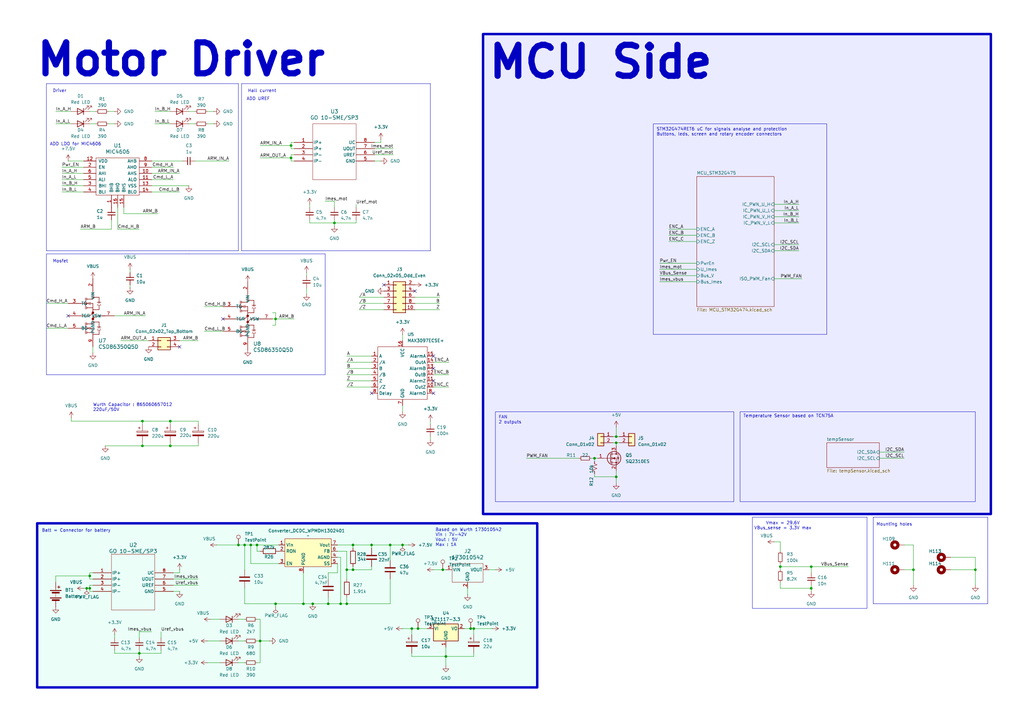
<source format=kicad_sch>
(kicad_sch (version 20231120) (generator "eeschema") (generator_version "8.0")
  (paper "A3")
  (title_block (title "AAP Inverter") (date "2023-10-08") (company "ENSEA"))
  (junction (at 69.85 182.88))
  (junction (at 252.73 179.07))
  (junction (at 193.04 257.81))
  (junction (at 36.83 236.22))
  (junction (at 57.15 267.97))
  (junction (at 137.16 91.44))
  (junction (at 320.04 232.41))
  (junction (at 134.62 247.65))
  (junction (at 252.73 181.61))
  (junction (at 139.7 247.65))
  (junction (at 400.05 233.68))
  (junction (at 332.74 232.41))
  (junction (at 69.85 172.72))
  (junction (at 168.91 257.81))
  (junction (at 194.31 257.81))
  (junction (at 58.42 182.88))
  (junction (at 36.83 241.3))
  (junction (at 374.65 233.68))
  (junction (at 182.88 269.24))
  (junction (at 113.03 130.81))
  (junction (at 119.38 59.69))
  (junction (at 119.38 64.77))
  (junction (at 181.61 233.68))
  (junction (at 58.42 172.72))
  (junction (at 142.24 233.68))
  (junction (at 142.24 247.65))
  (junction (at 113.03 247.65))
  (junction (at 106.68 262.89))
  (junction (at 35.56 241.3))
  (junction (at 97.79 223.52))
  (junction (at 144.78 233.68))
  (junction (at 100.33 223.52))
  (junction (at 243.84 187.96))
  (junction (at 332.74 241.3))
  (junction (at 160.02 223.52))
  (junction (at 152.4 223.52))
  (junction (at 165.1 223.52))
  (junction (at 128.27 247.65))
  (junction (at 144.78 223.52))
  (junction (at 105.41 223.52))
  (junction (at 124.46 247.65))
  (junction (at 252.73 195.58))
  (junction (at 102.87 223.52))
  (junction (at 171.45 257.81))
  (no_connect (at 177.8 156.21))
  (no_connect (at 152.4 161.29))
  (no_connect (at 91.44 130.81))
  (no_connect (at 27.94 129.54))
  (no_connect (at 177.8 151.13))
  (no_connect (at 73.66 142.24))
  (no_connect (at 170.18 119.38))
  (no_connect (at 157.48 116.84))
  (no_connect (at 177.8 161.29))
  (no_connect (at 177.8 146.05))
  (wire (pts (xy 201.93 257.81) (xy 194.31 257.81)))
  (polyline (pts (xy 99.06 34.29) (xy 176.53 34.29)))
  (wire (pts (xy 106.68 59.69) (xy 119.38 59.69)))
  (wire (pts (xy 73.66 234.95) (xy 73.66 233.68)))
  (wire (pts (xy 57.15 267.97) (xy 66.04 267.97)))
  (polyline (pts (xy 176.53 102.87) (xy 99.06 102.87)))
  (wire (pts (xy 251.46 181.61) (xy 252.73 181.61)))
  (wire (pts (xy 274.32 93.98) (xy 285.75 93.98)))
  (wire (pts (xy 105.41 262.89) (xy 106.68 262.89)))
  (wire (pts (xy 360.68 185.42) (xy 370.84 185.42)))
  (wire (pts (xy 46.99 129.54) (xy 59.69 129.54)))
  (wire (pts (xy 111.76 130.81) (xy 113.03 130.81)))
  (wire (pts (xy 332.74 241.3) (xy 332.74 242.57)))
  (wire (pts (xy 137.16 91.44) (xy 146.05 91.44)))
  (wire (pts (xy 102.87 223.52) (xy 100.33 223.52)))
  (wire (pts (xy 100.33 223.52) (xy 100.33 233.68)))
  (wire (pts (xy 44.45 45.72) (xy 46.99 45.72)))
  (wire (pts (xy 252.73 181.61) (xy 254 181.61)))
  (wire (pts (xy 44.45 50.8) (xy 46.99 50.8)))
  (wire (pts (xy 194.31 257.81) (xy 193.04 257.81)))
  (polyline (pts (xy 133.35 104.14) (xy 133.35 153.67)))
  (wire (pts (xy 320.04 232.41) (xy 332.74 232.41)))
  (wire (pts (xy 119.38 58.42) (xy 119.38 59.69)))
  (wire (pts (xy 142.24 233.68) (xy 142.24 237.49)))
  (wire (pts (xy 317.5 83.82) (xy 327.66 83.82)))
  (wire (pts (xy 106.68 262.89) (xy 106.68 271.78)))
  (wire (pts (xy 170.18 121.92) (xy 180.34 121.92)))
  (wire (pts (xy 270.51 107.95) (xy 285.75 107.95)))
  (wire (pts (xy 184.15 148.59) (xy 177.8 148.59)))
  (wire (pts (xy 45.72 93.98) (xy 33.02 93.98)))
  (wire (pts (xy 161.29 60.96) (xy 153.67 60.96)))
  (wire (pts (xy 170.18 124.46) (xy 180.34 124.46)))
  (wire (pts (xy 22.86 50.8) (xy 29.21 50.8)))
  (wire (pts (xy 137.16 82.55) (xy 137.16 85.09)))
  (wire (pts (xy 106.68 226.06) (xy 105.41 226.06)))
  (wire (pts (xy 69.85 173.99) (xy 69.85 172.72)))
  (wire (pts (xy 182.88 269.24) (xy 182.88 265.43)))
  (wire (pts (xy 119.38 64.77) (xy 119.38 66.04)))
  (wire (pts (xy 77.47 45.72) (xy 80.01 45.72)))
  (wire (pts (xy 134.62 247.65) (xy 134.62 245.11)))
  (wire (pts (xy 127 90.17) (xy 127 91.44)))
  (wire (pts (xy 320.04 231.14) (xy 320.04 232.41)))
  (wire (pts (xy 138.43 231.14) (xy 138.43 234.95)))
  (wire (pts (xy 105.41 271.78) (xy 106.68 271.78)))
  (wire (pts (xy 62.23 66.04) (xy 74.93 66.04)))
  (wire (pts (xy 125.73 118.11) (xy 125.73 120.65)))
  (wire (pts (xy 252.73 195.58) (xy 252.73 198.12)))
  (wire (pts (xy 97.79 271.78) (xy 100.33 271.78)))
  (wire (pts (xy 194.31 267.97) (xy 194.31 269.24)))
  (wire (pts (xy 58.42 181.61) (xy 58.42 182.88)))
  (wire (pts (xy 320.04 222.25) (xy 320.04 226.06)))
  (polyline (pts (xy 19.05 104.14) (xy 76.2 104.14)))
  (wire (pts (xy 71.12 242.57) (xy 73.66 242.57)))
  (polyline (pts (xy 19.05 104.14) (xy 19.05 153.67)))
  (wire (pts (xy 36.83 242.57) (xy 38.1 242.57)))
  (wire (pts (xy 113.03 248.92) (xy 113.03 247.65)))
  (wire (pts (xy 22.86 45.72) (xy 29.21 45.72)))
  (wire (pts (xy 62.23 259.08) (xy 57.15 259.08)))
  (wire (pts (xy 194.31 269.24) (xy 182.88 269.24)))
  (wire (pts (xy 38.1 142.24) (xy 38.1 144.78)))
  (wire (pts (xy 19.05 134.62) (xy 27.94 134.62)))
  (wire (pts (xy 142.24 146.05) (xy 152.4 146.05)))
  (wire (pts (xy 36.83 50.8) (xy 39.37 50.8)))
  (wire (pts (xy 106.68 254) (xy 106.68 262.89)))
  (wire (pts (xy 139.7 247.65) (xy 142.24 247.65)))
  (wire (pts (xy 35.56 241.3) (xy 36.83 241.3)))
  (wire (pts (xy 252.73 181.61) (xy 252.73 182.88)))
  (wire (pts (xy 80.01 66.04) (xy 93.98 66.04)))
  (wire (pts (xy 400.05 233.68) (xy 400.05 240.03)))
  (wire (pts (xy 389.89 228.6) (xy 400.05 228.6)))
  (polyline (pts (xy 19.05 34.29) (xy 97.79 34.29)))
  (wire (pts (xy 124.46 247.65) (xy 128.27 247.65)))
  (wire (pts (xy 142.24 148.59) (xy 152.4 148.59)))
  (wire (pts (xy 157.48 127) (xy 147.32 127)))
  (wire (pts (xy 85.09 45.72) (xy 87.63 45.72)))
  (wire (pts (xy 45.72 93.98) (xy 45.72 90.17)))
  (wire (pts (xy 50.8 87.63) (xy 64.77 87.63)))
  (wire (pts (xy 71.12 234.95) (xy 73.66 234.95)))
  (polyline (pts (xy 133.35 153.67) (xy 76.2 153.67)))
  (wire (pts (xy 317.5 86.36) (xy 327.66 86.36)))
  (wire (pts (xy 146.05 90.17) (xy 146.05 91.44)))
  (wire (pts (xy 138.43 223.52) (xy 144.78 223.52)))
  (wire (pts (xy 71.12 68.58) (xy 62.23 68.58)))
  (wire (pts (xy 177.8 153.67) (xy 184.15 153.67)))
  (wire (pts (xy 153.67 58.42) (xy 156.21 58.42)))
  (wire (pts (xy 58.42 182.88) (xy 69.85 182.88)))
  (wire (pts (xy 38.1 237.49) (xy 36.83 237.49)))
  (wire (pts (xy 320.04 238.76) (xy 320.04 241.3)))
  (wire (pts (xy 57.15 267.97) (xy 57.15 269.24)))
  (wire (pts (xy 128.27 247.65) (xy 134.62 247.65)))
  (wire (pts (xy 252.73 193.04) (xy 252.73 195.58)))
  (wire (pts (xy 36.83 240.03) (xy 36.83 241.3)))
  (wire (pts (xy 285.75 99.06) (xy 274.32 99.06)))
  (wire (pts (xy 120.65 60.96) (xy 119.38 60.96)))
  (wire (pts (xy 57.15 266.7) (xy 57.15 267.97)))
  (wire (pts (xy 125.73 111.76) (xy 125.73 113.03)))
  (wire (pts (xy 25.4 68.58) (xy 34.29 68.58)))
  (wire (pts (xy 46.99 260.35) (xy 46.99 261.62)))
  (wire (pts (xy 152.4 223.52) (xy 160.02 223.52)))
  (wire (pts (xy 83.82 125.73) (xy 91.44 125.73)))
  (wire (pts (xy 328.93 114.3) (xy 317.5 114.3)))
  (wire (pts (xy 134.62 247.65) (xy 139.7 247.65)))
  (wire (pts (xy 71.12 237.49) (xy 81.28 237.49)))
  (wire (pts (xy 36.83 240.03) (xy 38.1 240.03)))
  (wire (pts (xy 36.83 45.72) (xy 39.37 45.72)))
  (wire (pts (xy 142.24 153.67) (xy 152.4 153.67)))
  (polyline (pts (xy 76.2 104.14) (xy 77.47 104.14)))
  (wire (pts (xy 153.67 63.5) (xy 161.29 63.5)))
  (wire (pts (xy 127 83.82) (xy 127 85.09)))
  (wire (pts (xy 113.03 247.65) (xy 100.33 247.65)))
  (wire (pts (xy 157.48 124.46) (xy 147.32 124.46)))
  (wire (pts (xy 243.84 187.96) (xy 243.84 189.23)))
  (wire (pts (xy 160.02 223.52) (xy 160.02 229.87)))
  (wire (pts (xy 25.4 78.74) (xy 34.29 78.74)))
  (wire (pts (xy 105.41 254) (xy 106.68 254)))
  (wire (pts (xy 317.5 91.44) (xy 327.66 91.44)))
  (wire (pts (xy 119.38 64.77) (xy 119.38 63.5)))
  (wire (pts (xy 170.18 127) (xy 180.34 127)))
  (wire (pts (xy 85.09 262.89) (xy 90.17 262.89)))
  (wire (pts (xy 242.57 187.96) (xy 243.84 187.96)))
  (wire (pts (xy 34.29 241.3) (xy 35.56 241.3)))
  (wire (pts (xy 71.12 73.66) (xy 62.23 73.66)))
  (wire (pts (xy 66.04 259.08) (xy 66.04 261.62)))
  (wire (pts (xy 113.03 130.81) (xy 120.65 130.81)))
  (wire (pts (xy 46.99 267.97) (xy 57.15 267.97)))
  (wire (pts (xy 62.23 76.2) (xy 77.47 76.2)))
  (wire (pts (xy 144.78 223.52) (xy 144.78 224.79)))
  (wire (pts (xy 100.33 241.3) (xy 100.33 247.65)))
  (polyline (pts (xy 97.79 34.29) (xy 97.79 102.87)))
  (wire (pts (xy 251.46 179.07) (xy 252.73 179.07)))
  (wire (pts (xy 332.74 234.95) (xy 332.74 232.41)))
  (wire (pts (xy 252.73 179.07) (xy 254 179.07)))
  (polyline (pts (xy 77.47 104.14) (xy 133.35 104.14)))
  (wire (pts (xy 320.04 232.41) (xy 320.04 233.68)))
  (wire (pts (xy 22.86 236.22) (xy 36.83 236.22)))
  (wire (pts (xy 73.66 139.7) (xy 81.28 139.7)))
  (wire (pts (xy 114.3 231.14) (xy 102.87 231.14)))
  (wire (pts (xy 73.66 78.74) (xy 62.23 78.74)))
  (wire (pts (xy 119.38 66.04) (xy 120.65 66.04)))
  (wire (pts (xy 62.23 71.12) (xy 73.66 71.12)))
  (wire (pts (xy 119.38 58.42) (xy 120.65 58.42)))
  (wire (pts (xy 71.12 240.03) (xy 81.28 240.03)))
  (wire (pts (xy 43.18 182.88) (xy 58.42 182.88)))
  (wire (pts (xy 29.21 171.45) (xy 29.21 172.72)))
  (wire (pts (xy 270.51 115.57) (xy 285.75 115.57)))
  (wire (pts (xy 142.24 151.13) (xy 152.4 151.13)))
  (polyline (pts (xy 19.05 34.29) (xy 19.05 102.87)))
  (wire (pts (xy 63.5 50.8) (xy 69.85 50.8)))
  (wire (pts (xy 111.76 128.27) (xy 113.03 128.27)))
  (wire (pts (xy 138.43 234.95) (xy 134.62 234.95)))
  (wire (pts (xy 177.8 158.75) (xy 184.15 158.75)))
  (wire (pts (xy 134.62 234.95) (xy 134.62 237.49)))
  (wire (pts (xy 193.04 257.81) (xy 190.5 257.81)))
  (wire (pts (xy 332.74 232.41) (xy 347.98 232.41)))
  (wire (pts (xy 119.38 59.69) (xy 119.38 60.96)))
  (wire (pts (xy 243.84 195.58) (xy 252.73 195.58)))
  (wire (pts (xy 177.8 233.68) (xy 181.61 233.68)))
  (wire (pts (xy 317.5 100.33) (xy 327.66 100.33)))
  (wire (pts (xy 142.24 158.75) (xy 152.4 158.75)))
  (wire (pts (xy 200.66 233.68) (xy 203.2 233.68)))
  (wire (pts (xy 215.9 187.96) (xy 237.49 187.96)))
  (wire (pts (xy 53.34 110.49) (xy 53.34 111.76)))
  (wire (pts (xy 137.16 90.17) (xy 137.16 91.44)))
  (wire (pts (xy 152.4 233.68) (xy 152.4 232.41)))
  (wire (pts (xy 320.04 241.3) (xy 332.74 241.3)))
  (wire (pts (xy 144.78 233.68) (xy 152.4 233.68)))
  (wire (pts (xy 36.83 236.22) (xy 36.83 237.49)))
  (wire (pts (xy 168.91 257.81) (xy 171.45 257.81)))
  (wire (pts (xy 113.03 133.35) (xy 111.76 133.35)))
  (wire (pts (xy 285.75 113.03) (xy 270.51 113.03)))
  (wire (pts (xy 153.67 66.04) (xy 156.21 66.04)))
  (wire (pts (xy 142.24 226.06) (xy 142.24 233.68)))
  (wire (pts (xy 182.88 273.05) (xy 182.88 269.24)))
  (wire (pts (xy 36.83 234.95) (xy 36.83 236.22)))
  (wire (pts (xy 58.42 172.72) (xy 69.85 172.72)))
  (wire (pts (xy 157.48 121.92) (xy 147.32 121.92)))
  (wire (pts (xy 119.38 63.5) (xy 120.65 63.5)))
  (wire (pts (xy 49.53 139.7) (xy 60.96 139.7)))
  (wire (pts (xy 36.83 241.3) (xy 36.83 242.57)))
  (wire (pts (xy 360.68 187.96) (xy 370.84 187.96)))
  (polyline (pts (xy 99.06 34.29) (xy 99.06 102.87)))
  (wire (pts (xy 57.15 259.08) (xy 57.15 261.62)))
  (wire (pts (xy 102.87 223.52) (xy 105.41 223.52)))
  (wire (pts (xy 194.31 257.81) (xy 194.31 260.35)))
  (wire (pts (xy 160.02 247.65) (xy 160.02 237.49)))
  (wire (pts (xy 285.75 96.52) (xy 274.32 96.52)))
  (wire (pts (xy 389.89 233.68) (xy 400.05 233.68)))
  (wire (pts (xy 19.05 124.46) (xy 27.94 124.46)))
  (wire (pts (xy 374.65 223.52) (xy 374.65 233.68)))
  (wire (pts (xy 127 91.44) (xy 137.16 91.44)))
  (wire (pts (xy 374.65 240.03) (xy 374.65 233.68)))
  (wire (pts (xy 113.03 128.27) (xy 113.03 130.81)))
  (wire (pts (xy 69.85 172.72) (xy 81.28 172.72)))
  (wire (pts (xy 77.47 50.8) (xy 80.01 50.8)))
  (wire (pts (xy 165.1 257.81) (xy 168.91 257.81)))
  (wire (pts (xy 63.5 45.72) (xy 69.85 45.72)))
  (wire (pts (xy 81.28 172.72) (xy 81.28 173.99)))
  (wire (pts (xy 137.16 91.44) (xy 137.16 92.71)))
  (wire (pts (xy 176.53 172.72) (xy 176.53 173.99)))
  (wire (pts (xy 317.5 222.25) (xy 320.04 222.25)))
  (wire (pts (xy 124.46 234.95) (xy 124.46 247.65)))
  (wire (pts (xy 69.85 181.61) (xy 69.85 182.88)))
  (wire (pts (xy 138.43 228.6) (xy 139.7 228.6)))
  (wire (pts (xy 171.45 257.81) (xy 175.26 257.81)))
  (wire (pts (xy 144.78 233.68) (xy 144.78 232.41)))
  (wire (pts (xy 113.03 247.65) (xy 124.46 247.65)))
  (wire (pts (xy 133.35 82.55) (xy 137.16 82.55)))
  (wire (pts (xy 332.74 240.03) (xy 332.74 241.3)))
  (wire (pts (xy 25.4 73.66) (xy 34.29 73.66)))
  (wire (pts (xy 50.8 87.63) (xy 50.8 85.09)))
  (wire (pts (xy 97.79 223.52) (xy 100.33 223.52)))
  (wire (pts (xy 168.91 257.81) (xy 168.91 260.35)))
  (wire (pts (xy 85.09 271.78) (xy 90.17 271.78)))
  (wire (pts (xy 36.83 234.95) (xy 38.1 234.95)))
  (wire (pts (xy 144.78 223.52) (xy 152.4 223.52)))
  (wire (pts (xy 144.78 233.68) (xy 142.24 233.68)))
  (wire (pts (xy 181.61 233.68) (xy 182.88 233.68)))
  (wire (pts (xy 57.15 93.98) (xy 48.26 93.98)))
  (wire (pts (xy 167.64 223.52) (xy 165.1 223.52)))
  (wire (pts (xy 85.09 50.8) (xy 87.63 50.8)))
  (wire (pts (xy 176.53 179.07) (xy 176.53 180.34)))
  (wire (pts (xy 191.77 241.3) (xy 191.77 243.84)))
  (wire (pts (xy 160.02 223.52) (xy 165.1 223.52)))
  (wire (pts (xy 88.9 223.52) (xy 97.79 223.52)))
  (wire (pts (xy 97.79 254) (xy 100.33 254)))
  (wire (pts (xy 400.05 233.68) (xy 400.05 228.6)))
  (wire (pts (xy 66.04 266.7) (xy 66.04 267.97)))
  (wire (pts (xy 156.21 58.42) (xy 156.21 57.15)))
  (wire (pts (xy 138.43 226.06) (xy 142.24 226.06)))
  (wire (pts (xy 48.26 93.98) (xy 48.26 85.09)))
  (wire (pts (xy 142.24 156.21) (xy 152.4 156.21)))
  (wire (pts (xy 81.28 181.61) (xy 81.28 182.88)))
  (wire (pts (xy 105.41 226.06) (xy 105.41 223.52)))
  (wire (pts (xy 139.7 228.6) (xy 139.7 247.65)))
  (wire (pts (xy 113.03 130.81) (xy 113.03 133.35)))
  (wire (pts (xy 58.42 172.72) (xy 58.42 173.99)))
  (wire (pts (xy 86.36 254) (xy 90.17 254)))
  (wire (pts (xy 29.21 172.72) (xy 58.42 172.72)))
  (wire (pts (xy 152.4 223.52) (xy 152.4 224.79)))
  (wire (pts (xy 142.24 245.11) (xy 142.24 247.65)))
  (wire (pts (xy 168.91 269.24) (xy 182.88 269.24)))
  (wire (pts (xy 69.85 182.88) (xy 81.28 182.88)))
  (wire (pts (xy 165.1 137.16) (xy 165.1 139.7)))
  (wire (pts (xy 97.79 262.89) (xy 100.33 262.89)))
  (wire (pts (xy 243.84 194.31) (xy 243.84 195.58)))
  (polyline (pts (xy 76.2 153.67) (xy 19.05 153.67)))
  (wire (pts (xy 106.68 64.77) (xy 119.38 64.77)))
  (wire (pts (xy 252.73 175.26) (xy 252.73 179.07)))
  (wire (pts (xy 168.91 267.97) (xy 168.91 269.24)))
  (wire (pts (xy 22.86 236.22) (xy 22.86 238.76)))
  (wire (pts (xy 317.5 88.9) (xy 327.66 88.9)))
  (wire (pts (xy 165.1 166.37) (xy 165.1 168.91)))
  (wire (pts (xy 105.41 223.52) (xy 114.3 223.52)))
  (wire (pts (xy 270.51 110.49) (xy 285.75 110.49)))
  (wire (pts (xy 102.87 231.14) (xy 102.87 223.52)))
  (wire (pts (xy 370.84 233.68) (xy 374.65 233.68)))
  (wire (pts (xy 53.34 116.84) (xy 53.34 118.11)))
  (wire (pts (xy 27.94 66.04) (xy 34.29 66.04)))
  (polyline (pts (xy 176.53 34.29) (xy 176.53 102.87)))
  (wire (pts (xy 46.99 266.7) (xy 46.99 267.97)))
  (wire (pts (xy 374.65 223.52) (xy 370.84 223.52)))
  (wire (pts (xy 146.05 83.82) (xy 146.05 85.09)))
  (wire (pts (xy 243.84 187.96) (xy 245.11 187.96)))
  (wire (pts (xy 25.4 76.2) (xy 34.29 76.2)))
  (wire (pts (xy 317.5 102.87) (xy 327.66 102.87)))
  (polyline (pts (xy 97.79 102.87) (xy 19.05 102.87)))
  (wire (pts (xy 106.68 262.89) (xy 110.49 262.89)))
  (wire (pts (xy 83.82 135.89) (xy 91.44 135.89)))
  (wire (pts (xy 25.4 71.12) (xy 34.29 71.12)))
  (wire (pts (xy 142.24 247.65) (xy 160.02 247.65)))
  (rectangle (start 15.24 214.63) (end 220.345 281.94) (stroke (width 1)) (fill (type color) (color 235 255 248 1)))
  (rectangle (start 198.12 13.97) (end 406.4 210.82) (stroke (width 1)) (fill (type color) (color 235 235 255 1)))
  (rectangle (start 267.97 50.8) (end 339.09 137.16))
  (rectangle (start 308.61 212.09) (end 355.6 249.555))
  (rectangle (start 203.2 168.91) (end 300.99 205.74))
  (rectangle (start 358.14 212.09) (end 405.13 247.65))
  (rectangle (start 303.53 168.91) (end 400.05 205.74))
  (text "ADD UREF" (at 105.918 40.64 0) (effects (font (size 1.27 1.27))))
  (text "Temperature Sensor based on TCN75A" (at 304.8 171.45 0) (effects (font (size 1.27 1.27)) (justify left bottom)))
  (text "ADD LDO for MIC4606\n" (at 30.988 59.182 0) (effects (font (size 1.27 1.27))))
  (text "STM32G474RET6 uC for signals analyse and protection\nButtons, leds, screen and rotary encoder connectors" (at 269.24 55.88 0) (effects (font (size 1.27 1.27)) (justify left bottom)))
  (text "Mounting holes\n" (at 359.41 215.9 0) (effects (font (size 1.27 1.27)) (justify left bottom)))
  (text "Hall current" (at 101.6 38.1 0) (effects (font (size 1.27 1.27)) (justify left bottom)))
  (text "Mosfet" (at 21.59 107.95 0) (effects (font (size 1.27 1.27)) (justify left bottom)))
  (text "Vmax = 29.6V\nVBus_sense = 3.3V max" (at 321.056 215.646 0) (effects (font (size 1.27 1.27))))
  (text "Wurth Capacitor : 865060657012\n220uF/50V\n" (at 38.1 168.91 0) (effects (font (size 1.27 1.27)) (justify left bottom)))
  (text "Batt = Connector for battery" (at 31.242 217.678 0) (effects (font (size 1.27 1.27))))
  (text "Driver" (at 21.59 38.1 0) (effects (font (size 1.27 1.27)) (justify left bottom)))
  (text "MCU Side" (at 199.39 33.02 0) (effects (font (size 12.7 12.7) (thickness 2.54) (bold yes)) (justify left bottom)))
  (text "FAN \n2 outputs" (at 204.47 173.99 0) (effects (font (size 1.27 1.27)) (justify left bottom)))
  (text "Based on Wurth 173010542\nVin : 7V-42V\nVout : 5V\nMax : 1A" (at 178.562 224.282 0) (effects (font (size 1.27 1.27)) (justify left bottom)))
  (text "Motor Driver" (at 13.97 32.004 0) (effects (font (size 12.7 12.7) (thickness 2.54) (bold yes)) (justify left bottom)))
  (label "Pwr_EN" (at 270.51 107.95 0))
  (label "Imes_mot" (at 133.35 82.55 0))
  (label "ARM_B" (at 33.02 93.98 0))
  (label "Imes_vbus" (at 81.28 237.49 180))
  (label "In_A_L" (at 22.86 50.8 0))
  (label "In_B_H" (at 25.4 76.2 0))
  (label "Cmd_L_A" (at 71.12 73.66 180))
  (label "Uref_mot" (at 161.29 63.5 180))
  (label "In_A_H" (at 25.4 71.12 0))
  (label "{slash}B" (at 142.24 153.67 0))
  (label "Cmd_H_B" (at 83.82 125.73 0))
  (label "{slash}Z" (at 147.32 127 0))
  (label "Z" (at 180.34 127 180))
  (label "ARM_IN_A" (at 59.69 129.54 180))
  (label "Cmd_L_B" (at 83.82 135.89 0))
  (label "Uref_vbus" (at 66.04 259.08 0))
  (label "PWM_FAN" (at 328.93 114.3 180))
  (label "ARM_OUT_A" (at 106.68 64.77 0))
  (label "PWM_FAN" (at 215.9 187.96 0))
  (label "Uref_vbus" (at 81.28 240.03 180))
  (label "I2C_SDA" (at 327.66 102.87 180))
  (label "VBus_Sense" (at 347.98 232.41 180))
  (label "VBus_Sense" (at 270.51 113.03 0))
  (label "Pwr_EN" (at 25.4 68.58 0))
  (label "In_A_H" (at 327.66 83.82 180))
  (label "Imes_mot" (at 161.29 60.96 180))
  (label "{slash}B" (at 147.32 124.46 0))
  (label "ENC_A" (at 184.15 148.59 180))
  (label "I2C_SCL" (at 370.84 187.96 180))
  (label "Imes_mot" (at 270.51 110.49 0))
  (label "ARM_IN_A" (at 93.98 66.04 180))
  (label "In_B_L" (at 63.5 50.8 0))
  (label "In_B_H" (at 327.66 88.9 180))
  (label "ENC_B" (at 184.15 153.67 180))
  (label "A" (at 142.24 146.05 0))
  (label "Uref_mot" (at 146.05 83.82 0))
  (label "Cmd_L_B" (at 73.66 78.74 180))
  (label "ENC_A" (at 274.32 93.98 0))
  (label "In_B_L" (at 25.4 78.74 0))
  (label "In_B_H" (at 63.5 45.72 0))
  (label "ARM_B" (at 64.77 87.63 180))
  (label "I2C_SCL" (at 327.66 100.33 180))
  (label "In_A_L" (at 327.66 86.36 180))
  (label "{slash}A" (at 142.24 148.59 0))
  (label "I2C_SDA" (at 370.84 185.42 180))
  (label "In_A_H" (at 22.86 45.72 0))
  (label "A" (at 180.34 121.92 180))
  (label "{slash}A" (at 147.32 121.92 0))
  (label "B" (at 142.24 151.13 0))
  (label "In_A_L" (at 25.4 73.66 0))
  (label "Cmd_L_A" (at 19.05 134.62 0))
  (label "ENC_C" (at 184.15 158.75 180))
  (label "B" (at 180.34 124.46 180))
  (label "Cmd_H_A" (at 19.05 124.46 0))
  (label "In_B_L" (at 327.66 91.44 180))
  (label "Imes_vbus" (at 62.23 259.08 180))
  (label "Imes_vbus" (at 270.51 115.57 0))
  (label "Z" (at 142.24 156.21 0))
  (label "ENC_B" (at 274.32 96.52 0))
  (label "ARM_B" (at 120.65 130.81 180))
  (label "Cmd_H_B" (at 57.15 93.98 180))
  (label "ARM_B" (at 81.28 139.7 180))
  (label "ENC_C" (at 274.32 99.06 0))
  (label "Cmd_H_A" (at 71.12 68.58 180))
  (label "ARM_IN_A" (at 106.68 59.69 0))
  (label "{slash}Z" (at 142.24 158.75 0))
  (label "ARM_IN_A" (at 73.66 71.12 180))
  (label "ARM_OUT_A" (at 49.53 139.7 0))
  (symbol (lib_id "power:VBUS") (at 34.29 241.3 90) (unit 1)
    (property "Reference" "#PWR011" (effects (hide yes)))
    (property "Value" "VBUS" (at 33.782 238.76 90) (effects (justify left)))
    (property "Description" "Power symbol creates a global label with name \"VBUS\"" (effects (hide yes)))
  )
  (symbol (lib_id "power:GND") (at 157.48 119.38 270) (unit 1)
    (property "Reference" "#PWR021" (effects (hide yes)))
    (property "Value" "GND" (at 153.67 119.3799 90) (effects (justify right)))
    (property "Description" "Power symbol creates a global label with name \"GND\" , ground" (effects (hide yes)))
  )
  (symbol (lib_id "power:+3.3V") (at 46.99 260.35 0) (unit 1)
    (property "Reference" "#PWR012" (effects (hide yes)))
    (property "Value" "+3.3V" (at 46.99 255.27 0))
    (property "Description" "Power symbol creates a global label with name \"+3.3V\"" (effects (hide yes)))
  )
  (symbol (lib_id "173010542_5V_Buck:173010542") (at 191.77 234.95 0) (unit 1)
    (property "Reference" "J2" (at 191.77 226.06 0) (effects (font (size 1.524 1.524))))
    (property "Value" "173010542" (at 191.77 228.6 0) (effects (font (size 1.524 1.524))))
    (property "Footprint" "Connector_PinHeader_2.54mm:PinHeader_1x03_P2.54mm_Vertical" (effects (hide yes)))
    (property "Datasheet" "https://www.we-online.com/components/products/datasheet/173010542.pdf" (effects (hide yes)))
    (property "MPN" "173010542" (effects (hide yes)))
  )
  (symbol (lib_id "Device:R_Small") (at 102.87 271.78 90) (unit 1)
    (property "Reference" "R10" (at 102.87 274.32 90))
    (property "Value" "390" (at 102.87 276.86 90))
    (property "Footprint" "Resistor_SMD:R_0402_1005Metric" (effects (hide yes)))
    (property "Fournisseur" "Farnell" (effects (hide yes)))
    (property "MFR" "CRCW0402390RFKEDC" (effects (hide yes)))
    (property "Ref" "4177482" (effects (hide yes)))
  )
  (symbol (lib_name "GND_1") (lib_id "power:GND") (at 77.47 76.2 0) (unit 1)
    (property "Reference" "#PWR043" (effects (hide yes)))
    (property "Value" "GND" (at 77.47 81.28 0))
    (property "Description" "Power symbol creates a global label with name \"GND\" , ground" (effects (hide yes)))
  )
  (symbol (lib_name "GND_1") (lib_id "power:GND") (at 46.99 50.8 90) (unit 1)
    (property "Reference" "#PWR02" (effects (hide yes)))
    (property "Value" "GND" (at 50.8 50.7999 90) (effects (justify right)))
    (property "Description" "Power symbol creates a global label with name \"GND\" , ground" (effects (hide yes)))
  )
  (symbol (lib_id "Mechanical:MountingHole_Pad") (at 387.35 228.6 90) (unit 1)
    (property "Reference" "H113" (at 383.54 226.06 90))
    (property "Value" "MountingHole_Pad" (effects (hide yes)))
    (property "Footprint" "MountingHole:MountingHole_3.2mm_M3_Pad_Via" (effects (hide yes)))
    (property "MFR" "-" (effects (hide yes)))
  )
  (symbol (lib_id "power:VBUS") (at 125.73 111.76 0) (unit 1)
    (property "Reference" "#PWR046" (effects (hide yes)))
    (property "Value" "VBUS" (at 125.73 106.934 0))
    (property "Description" "Power symbol creates a global label with name \"VBUS\"" (effects (hide yes)))
  )
  (symbol (lib_id "Device:LED") (at 33.02 45.72 180) (unit 1)
    (property "Reference" "D1" (at 33.02 39.37 0))
    (property "Value" "Red LED" (at 33.02 41.91 0))
    (property "Footprint" "LED_SMD:LED_0603_1608Metric" (effects (hide yes)))
    (property "Fournisseur" "Wurth" (effects (hide yes)))
    (property "MFR" "150 060 RS5 504 0" (effects (hide yes)))
  )
  (symbol (lib_id "power:+5V") (at 203.2 233.68 270) (unit 1)
    (property "Reference" "#PWR029" (effects (hide yes)))
    (property "Value" "+5V" (at 207.01 233.6799 90) (effects (justify left)))
    (property "Description" "Power symbol creates a global label with name \"+5V\"" (effects (hide yes)))
  )
  (symbol (lib_id "Device:C_Small") (at 176.53 176.53 0) (unit 1)
    (property "Reference" "C19" (at 179.07 175.2663 0) (effects (justify left)))
    (property "Value" "100n" (at 179.07 177.8063 0) (effects (justify left)))
    (property "Footprint" "Capacitor_SMD:C_0402_1005Metric" (effects (hide yes)))
    (property "Fournisseur" "Wurth" (effects (hide yes)))
    (property "MFR" "885 012 105 018" (effects (hide yes)))
  )
  (symbol (lib_id "Device:C_Small") (at 137.16 87.63 0) (unit 1)
    (property "Reference" "C6" (at 139.7 87.0013 0) (effects (justify left)))
    (property "Value" "4.7n" (at 139.7 89.5413 0) (effects (justify left)))
    (property "Footprint" "Capacitor_SMD:C_0402_1005Metric" (effects (hide yes)))
    (property "Fournisseur" "Wurth" (effects (hide yes)))
    (property "MFR" "885 012 205 048" (effects (hide yes)))
  )
  (symbol (lib_id "Device:C") (at 134.62 241.3 0) (unit 1)
    (property "Reference" "C34" (at 130.302 236.728 0) (effects (justify left)))
    (property "Value" "4.7nF" (at 129.032 239.0141 0) (effects (justify left)))
    (property "Footprint" "Capacitor_SMD:C_0402_1005Metric_Pad0.74x0.62mm_HandSolder" (effects (hide yes)))
    (property "Description" "Unpolarized capacitor" (effects (hide yes)))
  )
  (symbol (lib_id "Connector_Generic:Conn_01x02") (at 259.08 179.07 0) (unit 1)
    (property "Reference" "J5" (at 261.62 179.705 0) (effects (justify left)))
    (property "Value" "Conn_01x02" (at 261.62 182.245 0) (effects (justify left)))
    (property "Footprint" "Connector_JST:JST_XH_B2B-XH-A_1x02_P2.50mm_Vertical" (effects (hide yes)))
    (property "Fournisseur" "Stock" (effects (hide yes)))
  )
  (symbol (lib_id "Device:R_Small") (at 240.03 187.96 270) (unit 1)
    (property "Reference" "R11" (at 236.22 186.69 90) (effects (justify right)))
    (property "Value" "22" (at 241.3 186.69 90) (effects (justify right)))
    (property "Footprint" "Resistor_SMD:R_0402_1005Metric" (effects (hide yes)))
    (property "Fournisseur" "Stock" (effects (hide yes)))
  )
  (symbol (lib_id "Mechanical:MountingHole_Pad") (at 368.3 223.52 90) (unit 1)
    (property "Reference" "H109" (at 364.49 220.98 90))
    (property "Value" "MountingHole_Pad" (effects (hide yes)))
    (property "Footprint" "MountingHole:MountingHole_3.2mm_M3_Pad_Via" (effects (hide yes)))
    (property "MFR" "-" (effects (hide yes)))
  )
  (symbol (lib_name "CSD86350Q5D_1") (lib_id "CSD87351Q5D:CSD86350Q5D") (at 38.1 129.54 0) (unit 1)
    (property "Reference" "U7" (at 40.2941 139.7 0) (effects (font (size 1.524 1.524)) (justify left)))
    (property "Value" "CSD86350Q5D" (at 40.2941 142.24 0) (effects (font (size 1.524 1.524)) (justify left)))
    (property "Footprint" "CSD87351Q5D:DQY0008A" (effects (hide yes)))
    (property "Datasheet" "CSD86350Q5D" (effects (hide yes)))
  )
  (symbol (lib_name "GND_2") (lib_id "power:GND") (at 57.15 269.24 0) (unit 1)
    (property "Reference" "#PWR014" (effects (hide yes)))
    (property "Value" "GND" (at 57.15 274.32 0))
    (property "Description" "Power symbol creates a global label with name \"GND\" , ground" (effects (hide yes)))
  )
  (symbol (lib_id "Device:C") (at 160.02 233.68 0) (unit 1)
    (property "Reference" "C36" (at 163.83 232.4099 0) (effects (justify left)))
    (property "Value" "47u" (at 163.83 234.9499 0) (effects (justify left)))
    (property "Footprint" "Capacitor_SMD:C_0805_2012Metric" (effects (hide yes)))
    (property "Description" "Unpolarized capacitor" (effects (hide yes)))
  )
  (symbol (lib_name "GND_1") (lib_id "power:GND") (at 87.63 45.72 90) (unit 1)
    (property "Reference" "#PWR04" (effects (hide yes)))
    (property "Value" "GND" (at 91.44 45.7199 90) (effects (justify right)))
    (property "Description" "Power symbol creates a global label with name \"GND\" , ground" (effects (hide yes)))
  )
  (symbol (lib_id "Mechanical:MountingHole_Pad") (at 368.3 233.68 90) (unit 1)
    (property "Reference" "H111" (at 364.49 231.14 90))
    (property "Value" "MountingHole_Pad" (effects (hide yes)))
    (property "Footprint" "MountingHole:MountingHole_3.2mm_M3_Pad_Via" (effects (hide yes)))
    (property "MFR" "-" (effects (hide yes)))
  )
  (symbol (lib_name "GND_1") (lib_id "power:GND") (at 137.16 92.71 0) (unit 1)
    (property "Reference" "#PWR06" (effects (hide yes)))
    (property "Value" "GND" (at 137.16 97.79 0))
    (property "Description" "Power symbol creates a global label with name \"GND\" , ground" (effects (hide yes)))
  )
  (symbol (lib_id "power:+3.3V") (at 201.93 257.81 270) (unit 1)
    (property "Reference" "#PWR035" (effects (hide yes)))
    (property "Value" "+3.3V" (at 205.74 257.8099 90) (effects (justify left)))
    (property "Description" "Power symbol creates a global label with name \"+3.3V\"" (effects (hide yes)))
  )
  (symbol (lib_name "GND_2") (lib_id "power:GND") (at 110.49 262.89 90) (unit 1)
    (property "Reference" "#PWR036" (effects (hide yes)))
    (property "Value" "GND" (at 114.3 262.8899 90) (effects (justify right)))
    (property "Description" "Power symbol creates a global label with name \"GND\" , ground" (effects (hide yes)))
  )
  (symbol (lib_name "GND_1") (lib_id "power:GND") (at 101.6 143.51 0) (unit 1)
    (property "Reference" "#PWR049" (effects (hide yes)))
    (property "Value" "GND" (at 101.6 148.59 0))
    (property "Description" "Power symbol creates a global label with name \"GND\" , ground" (effects (hide yes)))
  )
  (symbol (lib_id "power:GND") (at 165.1 168.91 0) (unit 1)
    (property "Reference" "#PWR024" (effects (hide yes)))
    (property "Value" "GND" (at 165.1 173.99 0))
    (property "Description" "Power symbol creates a global label with name \"GND\" , ground" (effects (hide yes)))
  )
  (symbol (lib_id "Device:C_Small") (at 77.47 66.04 270) (unit 1)
    (property "Reference" "C3" (at 77.4636 59.69 90))
    (property "Value" "1u" (at 77.4636 62.23 90))
    (property "Footprint" "Capacitor_SMD:C_0603_1608Metric_Pad1.08x0.95mm_HandSolder" (effects (hide yes)))
    (property "Description" "Unpolarized capacitor, small symbol" (effects (hide yes)))
  )
  (symbol (lib_name "GND_1") (lib_id "power:GND") (at 87.63 50.8 90) (unit 1)
    (property "Reference" "#PWR05" (effects (hide yes)))
    (property "Value" "GND" (at 91.44 50.7999 90) (effects (justify right)))
    (property "Description" "Power symbol creates a global label with name \"GND\" , ground" (effects (hide yes)))
  )
  (symbol (lib_id "Device:C_Small") (at 45.72 87.63 0) (unit 1)
    (property "Reference" "C2" (at 39.624 86.614 0) (effects (justify left)))
    (property "Value" "1u" (at 39.624 89.154 0) (effects (justify left)))
    (property "Footprint" "Capacitor_SMD:C_0603_1608Metric_Pad1.08x0.95mm_HandSolder" (effects (hide yes)))
    (property "Description" "Unpolarized capacitor, small symbol" (effects (hide yes)))
  )
  (symbol (lib_id "Device:C_Small") (at 125.73 115.57 0) (unit 1)
    (property "Reference" "C4" (at 128.27 114.3063 0) (effects (justify left)))
    (property "Value" "10u" (at 128.27 116.8463 0) (effects (justify left)))
    (property "Footprint" "Capacitor_SMD:C_0603_1608Metric_Pad1.08x0.95mm_HandSolder" (effects (hide yes)))
    (property "Datasheet" "https://www.we-online.com/components/products/datasheet/885012214001.pdf" (effects (hide yes)))
    (property "URL" "https://www.we-online.com/components/products/datasheet/885012214001.pdf" (effects (hide yes)))
    (property "Fournisseur" "Wurth" (effects (hide yes)))
    (property "MFR" "885 012 214 001" (effects (hide yes)))
  )
  (symbol (lib_id "Device:C_Small") (at 53.34 114.3 0) (unit 1)
    (property "Reference" "C1" (at 55.88 113.0363 0) (effects (justify left)))
    (property "Value" "10u" (at 55.88 115.5763 0) (effects (justify left)))
    (property "Footprint" "Capacitor_SMD:C_0603_1608Metric_Pad1.08x0.95mm_HandSolder" (effects (hide yes)))
    (property "Datasheet" "https://www.we-online.com/components/products/datasheet/885012214001.pdf" (effects (hide yes)))
    (property "URL" "https://www.we-online.com/components/products/datasheet/885012214001.pdf" (effects (hide yes)))
    (property "Fournisseur" "Wurth" (effects (hide yes)))
    (property "MFR" "885 012 214 001" (effects (hide yes)))
  )
  (symbol (lib_name "GND_3") (lib_id "power:GND") (at 128.27 247.65 0) (unit 1)
    (property "Reference" "#PWR059" (effects (hide yes)))
    (property "Value" "GND" (at 128.27 252.73 0))
    (property "Description" "Power symbol creates a global label with name \"GND\" , ground" (effects (hide yes)))
  )
  (symbol (lib_name "GND_3") (lib_id "power:GND") (at 182.88 273.05 0) (unit 1)
    (property "Reference" "#PWR034" (effects (hide yes)))
    (property "Value" "GND" (at 182.88 278.13 0))
    (property "Description" "Power symbol creates a global label with name \"GND\" , ground" (effects (hide yes)))
  )
  (symbol (lib_id "Connector:TestPoint") (at 97.79 223.52 0) (unit 1)
    (property "Reference" "TP1" (at 100.33 218.9479 0) (effects (justify left)))
    (property "Value" "TestPoint" (at 100.33 221.4879 0) (effects (justify left)))
    (property "Footprint" "TestPoint:TestPoint_Pad_D2.0mm" (effects (hide yes)))
    (property "Description" "test point" (effects (hide yes)))
  )
  (symbol (lib_id "power:+5V") (at 165.1 257.81 90) (unit 1)
    (property "Reference" "#PWR033" (effects (hide yes)))
    (property "Value" "+5V" (at 161.29 257.8099 90) (effects (justify left)))
    (property "Description" "Power symbol creates a global label with name \"+5V\"" (effects (hide yes)))
  )
  (symbol (lib_name "GND_1") (lib_id "power:GND") (at 53.34 118.11 0) (unit 1)
    (property "Reference" "#PWR044" (effects (hide yes)))
    (property "Value" "GND" (at 53.34 123.19 0))
    (property "Description" "Power symbol creates a global label with name \"GND\" , ground" (effects (hide yes)))
  )
  (symbol (lib_id "Device:R_Small") (at 102.87 254 90) (unit 1)
    (property "Reference" "R6" (at 102.87 256.54 90))
    (property "Value" "2k7" (at 102.87 259.08 90))
    (property "Footprint" "Resistor_SMD:R_0402_1005Metric" (effects (hide yes)))
    (property "Fournisseur" "Stock" (effects (hide yes)))
  )
  (symbol (lib_id "power:PWR_FLAG") (at 165.1 223.52 180) (unit 1)
    (property "Reference" "#FLG03" (effects (hide yes)))
    (property "Value" "PWR_FLAG" (at 165.354 227.076 0))
  )
  (symbol (lib_id "power:+3.3V") (at 165.1 137.16 0) (unit 1)
    (property "Reference" "#PWR023" (effects (hide yes)))
    (property "Value" "+3.3V" (at 165.1 132.08 0))
    (property "Description" "Power symbol creates a global label with name \"+3.3V\"" (effects (hide yes)))
  )
  (symbol (lib_name "GND_2") (lib_id "power:GND") (at 332.74 242.57 0) (unit 1)
    (property "Reference" "#PWR016" (effects (hide yes)))
    (property "Value" "GND" (at 332.74 247.65 0))
    (property "Description" "Power symbol creates a global label with name \"GND\" , ground" (effects (hide yes)))
  )
  (symbol (lib_id "power:VBUS") (at 86.36 254 90) (unit 1)
    (property "Reference" "#PWR032" (effects (hide yes)))
    (property "Value" "VBUS" (at 85.852 251.46 90) (effects (justify left)))
    (property "Description" "Power symbol creates a global label with name \"VBUS\"" (effects (hide yes)))
  )
  (symbol (lib_id "power:+7.5V") (at 177.8 233.68 90) (unit 1)
    (property "Reference" "#PWR075" (effects (hide yes)))
    (property "Value" "+7.5V" (at 176.53 231.14 90))
    (property "Description" "Power symbol creates a global label with name \"+7.5V\"" (effects (hide yes)))
  )
  (symbol (lib_id "power:+7.5V") (at 167.64 223.52 270) (unit 1)
    (property "Reference" "#PWR070" (effects (hide yes)))
    (property "Value" "+7.5V" (at 171.45 223.5199 90) (effects (justify left)))
    (property "Description" "Power symbol creates a global label with name \"+7.5V\"" (effects (hide yes)))
  )
  (symbol (lib_id "power:GND") (at 374.65 240.03 0) (unit 1)
    (property "Reference" "#PWR0107" (effects (hide yes)))
    (property "Value" "GND" (at 374.65 245.11 0))
  )
  (symbol (lib_id "Device:C_Small") (at 57.15 264.16 0) (unit 1)
    (property "Reference" "C14" (at 59.69 263.5313 0) (effects (justify left)))
    (property "Value" "4.7n" (at 59.69 266.0713 0) (effects (justify left)))
    (property "Footprint" "Capacitor_SMD:C_0402_1005Metric" (effects (hide yes)))
    (property "Fournisseur" "Wurth" (effects (hide yes)))
    (property "MFR" "885 012 205 048" (effects (hide yes)))
  )
  (symbol (lib_id "Connector:TestPoint") (at 171.45 257.81 0) (unit 1)
    (property "Reference" "TP3" (at 173.99 253.2379 0) (effects (justify left)))
    (property "Value" "TestPoint" (at 173.99 255.7779 0) (effects (justify left)))
    (property "Footprint" "TestPoint:TestPoint_Pad_D2.0mm" (effects (hide yes)))
    (property "Description" "test point" (effects (hide yes)))
  )
  (symbol (lib_id "Device:C_Small") (at 146.05 87.63 0) (unit 1)
    (property "Reference" "C7" (at 148.59 87.0013 0) (effects (justify left)))
    (property "Value" "4.7n" (at 148.59 89.5413 0) (effects (justify left)))
    (property "Footprint" "Capacitor_SMD:C_0402_1005Metric" (effects (hide yes)))
    (property "Fournisseur" "Wurth" (effects (hide yes)))
    (property "MFR" "885 012 205 048" (effects (hide yes)))
  )
  (symbol (lib_id "Device:LED") (at 93.98 254 180) (unit 1)
    (property "Reference" "D3" (at 93.98 256.54 0))
    (property "Value" "Red LED" (at 93.98 259.08 0))
    (property "Footprint" "LED_SMD:LED_0603_1608Metric" (effects (hide yes)))
    (property "Fournisseur" "Wurth" (effects (hide yes)))
    (property "MFR" "150 060 RS5 504 0" (effects (hide yes)))
  )
  (symbol (lib_id "Device:LED") (at 33.02 50.8 180) (unit 1)
    (property "Reference" "D4" (at 33.02 53.34 0))
    (property "Value" "Red LED" (at 33.02 55.88 0))
    (property "Footprint" "LED_SMD:LED_0603_1608Metric" (effects (hide yes)))
    (property "Fournisseur" "Wurth" (effects (hide yes)))
    (property "MFR" "150 060 RS5 504 0" (effects (hide yes)))
  )
  (symbol (lib_id "Device:C_Polarized") (at 168.91 264.16 0) (unit 1)
    (property "Reference" "C17" (at 172.72 262.636 0) (effects (justify left)))
    (property "Value" "10u" (at 172.72 265.176 0) (effects (justify left)))
    (property "Footprint" "Capacitor_SMD:C_0603_1608Metric_Pad1.08x0.95mm_HandSolder" (effects (hide yes)))
    (property "MFR" "865 060 440 001" (effects (hide yes)))
    (property "Fournisseur" "Wurth" (effects (hide yes)))
  )
  (symbol (lib_id "power:+3.3V") (at 156.21 57.15 0) (unit 1)
    (property "Reference" "#PWR055" (effects (hide yes)))
    (property "Value" "+3.3V" (at 156.21 52.07 0))
    (property "Description" "Power symbol creates a global label with name \"+3.3V\"" (effects (hide yes)))
  )
  (symbol (lib_id "power:PWR_FLAG") (at 35.56 241.3 180) (unit 1)
    (property "Reference" "#FLG04" (effects (hide yes)))
    (property "Value" "PWR_FLAG" (at 35.814 244.856 0))
  )
  (symbol (lib_id "CSD87351Q5D:CSD86350Q5D") (at 101.6 130.81 0) (unit 1)
    (property "Reference" "U8" (at 103.7941 140.97 0) (effects (font (size 1.524 1.524)) (justify left)))
    (property "Value" "CSD86350Q5D" (at 103.7941 143.51 0) (effects (font (size 1.524 1.524)) (justify left)))
    (property "Footprint" "CSD87351Q5D:DQY0008A" (effects (hide yes)))
    (property "Datasheet" "CSD86350Q5D" (effects (hide yes)))
  )
  (symbol (lib_id "Device:C_Polarized") (at 194.31 264.16 0) (unit 1)
    (property "Reference" "C18" (at 198.12 262.636 0) (effects (justify left)))
    (property "Value" "22u" (at 198.12 265.176 0) (effects (justify left)))
    (property "Footprint" "Capacitor_SMD:C_0603_1608Metric_Pad1.08x0.95mm_HandSolder" (effects (hide yes)))
    (property "MFR" "865 060 442 002" (effects (hide yes)))
    (property "Fournisseur" "Wurth" (effects (hide yes)))
  )
  (symbol (lib_id "Connector:TestPoint") (at 193.04 257.81 0) (unit 1)
    (property "Reference" "TP4" (at 195.58 253.2379 0) (effects (justify left)))
    (property "Value" "TestPoint" (at 195.58 255.7779 0) (effects (justify left)))
    (property "Footprint" "TestPoint:TestPoint_Pad_D2.0mm" (effects (hide yes)))
    (property "Description" "test point" (effects (hide yes)))
  )
  (symbol (lib_id "power:+3.3V") (at 176.53 172.72 0) (unit 1)
    (property "Reference" "#PWR025" (effects (hide yes)))
    (property "Value" "+3.3V" (at 176.53 167.64 0))
    (property "Description" "Power symbol creates a global label with name \"+3.3V\"" (effects (hide yes)))
  )
  (symbol (lib_id "power:+7.5V") (at 27.94 66.04 0) (unit 1)
    (property "Reference" "#PWR054" (effects (hide yes)))
    (property "Value" "+7.5V" (at 27.94 60.96 0))
    (property "Description" "Power symbol creates a global label with name \"+7.5V\"" (effects (hide yes)))
  )
  (symbol (lib_id "power:GND") (at 400.05 240.03 0) (unit 1)
    (property "Reference" "#PWR0109" (effects (hide yes)))
    (property "Value" "GND" (at 400.05 245.11 0))
  )
  (symbol (lib_id "Device:C") (at 152.4 228.6 0) (unit 1)
    (property "Reference" "C35" (at 154.94 227.33 0) (effects (justify left)))
    (property "Value" "22nF" (at 155.194 229.616 0) (effects (justify left)))
    (property "Footprint" "Capacitor_SMD:C_0402_1005Metric" (effects (hide yes)))
    (property "Description" "Unpolarized capacitor" (effects (hide yes)))
  )
  (symbol (lib_id "power:+3.3V") (at 85.09 271.78 90) (unit 1)
    (property "Reference" "#PWR030" (effects (hide yes)))
    (property "Value" "+3.3V" (at 81.28 271.7799 90) (effects (justify left)))
    (property "Description" "Power symbol creates a global label with name \"+3.3V\"" (effects (hide yes)))
  )
  (symbol (lib_name "GND_2") (lib_id "power:GND") (at 191.77 243.84 0) (unit 1)
    (property "Reference" "#PWR028" (effects (hide yes)))
    (property "Value" "GND" (at 191.77 248.92 0))
    (property "Description" "Power symbol creates a global label with name \"GND\" , ground" (effects (hide yes)))
  )
  (symbol (lib_id "Connector:TestPoint") (at 181.61 233.68 0) (unit 1)
    (property "Reference" "TP2" (at 184.15 229.1079 0) (effects (justify left)))
    (property "Value" "TestPoint" (at 184.15 231.6479 0) (effects (justify left)))
    (property "Footprint" "TestPoint:TestPoint_Pad_D2.0mm" (effects (hide yes)))
    (property "Description" "test point" (effects (hide yes)))
  )
  (symbol (lib_name "GND_1") (lib_id "power:GND") (at 46.99 45.72 90) (unit 1)
    (property "Reference" "#PWR01" (effects (hide yes)))
    (property "Value" "GND" (at 50.8 45.7199 90) (effects (justify right)))
    (property "Description" "Power symbol creates a global label with name \"GND\" , ground" (effects (hide yes)))
  )
  (symbol (lib_id "Device:R") (at 144.78 228.6 0) (unit 1)
    (property "Reference" "R28" (at 146.304 227.33 0) (effects (justify left)))
    (property "Value" "34k" (at 146.558 229.362 0) (effects (justify left)))
    (property "Footprint" "Resistor_SMD:R_0402_1005Metric" (effects (hide yes)))
    (property "Description" "Resistor" (effects (hide yes)))
  )
  (symbol (lib_id "power:+3.3V") (at 127 83.82 0) (unit 1)
    (property "Reference" "#PWR052" (effects (hide yes)))
    (property "Value" "+3.3V" (at 127 78.74 0))
    (property "Description" "Power symbol creates a global label with name \"+3.3V\"" (effects (hide yes)))
  )
  (symbol (lib_id "power:GND") (at 176.53 180.34 0) (unit 1)
    (property "Reference" "#PWR026" (effects (hide yes)))
    (property "Value" "GND" (at 176.53 185.42 0))
    (property "Description" "Power symbol creates a global label with name \"GND\" , ground" (effects (hide yes)))
  )
  (symbol (lib_id "Device:LED") (at 93.98 271.78 180) (unit 1)
    (property "Reference" "D8" (at 93.98 274.32 0))
    (property "Value" "Red LED" (at 93.98 276.86 0))
    (property "Footprint" "LED_SMD:LED_0603_1608Metric" (effects (hide yes)))
    (property "Fournisseur" "Wurth" (effects (hide yes)))
    (property "MFR" "150 060 RS5 504 0" (effects (hide yes)))
  )
  (symbol (lib_id "power:PWR_FLAG") (at 113.03 248.92 180) (unit 1)
    (property "Reference" "#FLG02" (effects (hide yes)))
    (property "Value" "PWR_FLAG" (at 113.284 252.476 0))
  )
  (symbol (lib_name "GND_1") (lib_id "power:GND") (at 156.21 66.04 90) (unit 1)
    (property "Reference" "#PWR07" (effects (hide yes)))
    (property "Value" "GND" (at 160.02 66.0399 90) (effects (justify right)))
    (property "Description" "Power symbol creates a global label with name \"GND\" , ground" (effects (hide yes)))
  )
  (symbol (lib_id "Device:C_Polarized") (at 58.42 177.8 0) (unit 1)
    (property "Reference" "C8" (at 62.23 176.276 0) (effects (justify left)))
    (property "Value" "220u" (at 62.23 178.816 0) (effects (justify left)))
    (property "Footprint" "Capacitor_SMD:CP_Elec_10x10.5" (effects (hide yes)))
    (property "Fournisseur" "Wurth" (effects (hide yes)))
    (property "MFR" "861 011 086 027" (effects (hide yes)))
  )
  (symbol (lib_id "Device:R_Small") (at 82.55 50.8 90) (unit 1)
    (property "Reference" "R8" (at 82.55 53.34 90))
    (property "Value" "390" (at 82.55 55.88 90))
    (property "Footprint" "Resistor_SMD:R_0402_1005Metric" (effects (hide yes)))
    (property "Fournisseur" "Farnell" (effects (hide yes)))
    (property "MFR" "CRCW0402390RFKEDC" (effects (hide yes)))
    (property "Ref" "4177482" (effects (hide yes)))
  )
  (symbol (lib_id "power:+3.3V") (at 73.66 233.68 0) (unit 1)
    (property "Reference" "#PWR013" (effects (hide yes)))
    (property "Value" "+3.3V" (at 73.66 228.6 0))
    (property "Description" "Power symbol creates a global label with name \"+3.3V\"" (effects (hide yes)))
  )
  (symbol (lib_id "Device:R_Small") (at 320.04 228.6 0) (unit 1)
    (property "Reference" "R3" (at 322.58 227.3299 0) (effects (justify left)))
    (property "Value" "100k" (at 322.58 229.8699 0) (effects (justify left)))
    (property "Footprint" "Resistor_SMD:R_0402_1005Metric" (effects (hide yes)))
    (property "Fournisseur" "Stock" (effects (hide yes)))
  )
  (symbol (lib_id "power:GND") (at 43.18 182.88 0) (unit 1)
    (property "Reference" "#PWR053" (effects (hide yes)))
    (property "Value" "GND" (at 43.18 187.96 0))
    (property "Description" "Power symbol creates a global label with name \"GND\" , ground" (effects (hide yes)))
  )
  (symbol (lib_id "Connector_Generic:Conn_02x05_Odd_Even") (at 162.56 121.92 0) (unit 1)
    (property "Reference" "J3" (at 163.83 110.49 0))
    (property "Value" "Conn_02x05_Odd_Even" (at 163.83 113.03 0))
    (property "Footprint" "Connector_PinHeader_2.54mm:PinHeader_2x05_P2.54mm_Vertical" (effects (hide yes)))
    (property "Description" "Generic connector, double row, 02x05, odd/even pin numbering scheme (row 1 odd numbers, row 2 even numbers), script generated (kicad-library-utils/schlib/autogen/connector/)" (effects (hide yes)))
  )
  (symbol (lib_id "Connector_Generic:Conn_01x02") (at 246.38 179.07 0) (mirror y) (unit 1)
    (property "Reference" "J4" (at 243.84 179.705 0) (effects (justify left)))
    (property "Value" "Conn_01x02" (at 243.84 182.245 0) (effects (justify left)))
    (property "Footprint" "Connector_JST:JST_XH_B2B-XH-A_1x02_P2.50mm_Vertical" (effects (hide yes)))
    (property "Fournisseur" "Stock" (effects (hide yes)))
  )
  (symbol (lib_id "Custom:GO_10-SME") (at 137.16 62.23 0) (unit 1)
    (property "Reference" "U3" (at 137.16 45.72 0) (effects (font (size 1.524 1.524))))
    (property "Value" "GO 10-SME/SP3" (at 137.16 48.26 0) (effects (font (size 1.524 1.524))))
    (property "Footprint" "Custom:SOIC8-GO-SME&slash_SP3_LEM" (effects (hide yes)))
    (property "Datasheet" "GO 10-SME" (effects (hide yes)))
  )
  (symbol (lib_id "power:VBUS") (at 53.34 110.49 0) (unit 1)
    (property "Reference" "#PWR045" (effects (hide yes)))
    (property "Value" "VBUS" (at 53.34 105.41 0))
    (property "Description" "Power symbol creates a global label with name \"VBUS\"" (effects (hide yes)))
  )
  (symbol (lib_id "Device:R_Small") (at 41.91 50.8 90) (unit 1)
    (property "Reference" "R4" (at 41.91 53.34 90))
    (property "Value" "390" (at 41.91 55.88 90))
    (property "Footprint" "Resistor_SMD:R_0402_1005Metric" (effects (hide yes)))
    (property "Fournisseur" "Farnell" (effects (hide yes)))
    (property "MFR" "CRCW0402390RFKEDC" (effects (hide yes)))
    (property "Ref" "4177482" (effects (hide yes)))
  )
  (symbol (lib_id "Custom:Converter_DCDC") (at 128.27 228.6 0) (unit 1)
    (property "Reference" "Converter_DCDC_WPMDH1302401" (at 125.73 217.678 0))
    (property "Value" "~" (at 126.365 219.71 0))
    (property "Footprint" "Package_TO_SOT_SMD:TO-263-7_TabPin8" (effects (hide yes)))
  )
  (symbol (lib_id "power:GND") (at 252.73 198.12 0) (unit 1)
    (property "Reference" "#PWR020" (effects (hide yes)))
    (property "Value" "GND" (at 252.73 203.2 0))
    (property "Description" "Power symbol creates a global label with name \"GND\" , ground" (effects (hide yes)))
  )
  (symbol (lib_id "Custom:MAX3097ECSE+") (at 165.1 153.67 0) (unit 1)
    (property "Reference" "U5" (at 167.0559 137.16 0) (effects (justify left)))
    (property "Value" "MAX3097ECSE+" (at 167.0559 139.7 0) (effects (justify left)))
    (property "Footprint" "Package_SO:SOIC-16_3.9x9.9mm_P1.27mm" (effects (hide yes)))
    (property "Datasheet" "https://www.mouser.fr/datasheet/2/609/MAX3097E_MAX3098E-3128450.pdf" (effects (hide yes)))
    (property "Fournisseur" "Farnell" (effects (hide yes)))
    (property "MFR" "MAX3097ECSE+" (effects (hide yes)))
    (property "Ref" "2518786" (effects (hide yes)))
  )
  (symbol (lib_name "GND_1") (lib_id "power:GND") (at 125.73 120.65 0) (unit 1)
    (property "Reference" "#PWR051" (effects (hide yes)))
    (property "Value" "GND" (at 125.73 124.968 0))
    (property "Description" "Power symbol creates a global label with name \"GND\" , ground" (effects (hide yes)))
  )
  (symbol (lib_name "GND_2") (lib_id "power:GND") (at 73.66 242.57 0) (unit 1)
    (property "Reference" "#PWR015" (effects (hide yes)))
    (property "Value" "GND" (at 73.66 247.65 0))
    (property "Description" "Power symbol creates a global label with name \"GND\" , ground" (effects (hide yes)))
  )
  (symbol (lib_id "Device:LED") (at 73.66 45.72 180) (unit 1)
    (property "Reference" "D5" (at 73.66 39.37 0))
    (property "Value" "Red LED" (at 73.66 41.91 0))
    (property "Footprint" "LED_SMD:LED_0603_1608Metric" (effects (hide yes)))
    (property "Fournisseur" "Wurth" (effects (hide yes)))
    (property "MFR" "150 060 RS5 504 0" (effects (hide yes)))
  )
  (symbol (lib_id "Device:R_Small_US") (at 243.84 191.77 0) (unit 1)
    (property "Reference" "R12" (at 242.57 195.58 90) (effects (justify right)))
    (property "Value" "10k" (at 242.57 190.5 90) (effects (justify right)))
    (property "Footprint" "Resistor_SMD:R_0402_1005Metric" (effects (hide yes)))
    (property "Fournisseur" "Farnell" (effects (hide yes)))
    (property "MFR" "MC00625W0402110K" (effects (hide yes)))
    (property "Ref" "2130433" (effects (hide yes)))
  )
  (symbol (lib_id "Device:Q_NMOS_GSD") (at 250.19 187.96 0) (unit 1)
    (property "Reference" "Q5" (at 256.54 186.6899 0) (effects (justify left)))
    (property "Value" "SQ2310ES" (at 256.54 189.2299 0) (effects (justify left)))
    (property "Footprint" "Package_TO_SOT_SMD:SOT-23" (effects (hide yes)))
    (property "Fournisseur" "RS" (effects (hide yes)))
    (property "MFR" "SQ2310ES-T1_BE3" (effects (hide yes)))
    (property "Ref" "787-9443" (effects (hide yes)))
  )
  (symbol (lib_id "Custom:GO_10-SME") (at 54.61 238.76 0) (unit 1)
    (property "Reference" "U2" (at 54.61 223.52 0) (effects (font (size 1.524 1.524))))
    (property "Value" "GO 10-SME/SP3" (at 54.61 226.06 0) (effects (font (size 1.524 1.524))))
    (property "Footprint" "Custom:SOIC8-GO-SME&slash_SP3_LEM" (effects (hide yes)))
    (property "Datasheet" "GO 10-SME" (effects (hide yes)))
    (property "MFR" "GO 10-SME/SP3" (effects (hide yes)))
    (property "Fournisseur" "Farnell" (effects (hide yes)))
    (property "Ref" "3796461" (effects (hide yes)))
  )
  (symbol (lib_id "Device:R_Small") (at 320.04 236.22 0) (unit 1)
    (property "Reference" "R5" (at 322.58 234.9499 0) (effects (justify left)))
    (property "Value" "8.2K" (at 322.58 237.4899 0) (effects (justify left)))
    (property "Footprint" "Resistor_SMD:R_0402_1005Metric" (effects (hide yes)))
    (property "Fournisseur" "Farnell" (effects (hide yes)))
    (property "MFR" "MCWR04X1001FTL" (effects (hide yes)))
    (property "Ref" "2446437" (effects (hide yes)))
  )
  (symbol (lib_id "Device:R_Small") (at 102.87 262.89 90) (unit 1)
    (property "Reference" "R9" (at 102.87 265.43 90))
    (property "Value" "680" (at 102.87 267.97 90))
    (property "Footprint" "Resistor_SMD:R_0402_1005Metric" (effects (hide yes)))
    (property "Fournisseur" "Stock" (effects (hide yes)))
  )
  (symbol (lib_id "power:+3.3V") (at 170.18 116.84 270) (unit 1)
    (property "Reference" "#PWR022" (effects (hide yes)))
    (property "Value" "+3.3V" (at 173.99 116.8399 90) (effects (justify left)))
    (property "Description" "Power symbol creates a global label with name \"+3.3V\"" (effects (hide yes)))
  )
  (symbol (lib_id "Device:LED") (at 93.98 262.89 180) (unit 1)
    (property "Reference" "D6" (at 93.98 265.43 0))
    (property "Value" "Red LED" (at 93.98 267.97 0))
    (property "Footprint" "LED_SMD:LED_0603_1608Metric" (effects (hide yes)))
    (property "Fournisseur" "Wurth" (effects (hide yes)))
    (property "MFR" "150 060 RS5 504 0" (effects (hide yes)))
  )
  (symbol (lib_id "power:VBUS") (at 29.21 171.45 0) (unit 1)
    (property "Reference" "#PWR09" (effects (hide yes)))
    (property "Value" "VBUS" (at 29.21 166.37 0))
    (property "Description" "Power symbol creates a global label with name \"VBUS\"" (effects (hide yes)))
  )
  (symbol (lib_id "Device:C_Small") (at 127 87.63 0) (unit 1)
    (property "Reference" "C5" (at 129.54 87.0013 0) (effects (justify left)))
    (property "Value" "4.7n" (at 129.54 89.5413 0) (effects (justify left)))
    (property "Footprint" "Capacitor_SMD:C_0402_1005Metric" (effects (hide yes)))
    (property "Fournisseur" "Wurth" (effects (hide yes)))
    (property "MFR" "885 012 205 048" (effects (hide yes)))
  )
  (symbol (lib_id "Mechanical:MountingHole_Pad") (at 387.35 233.68 90) (unit 1)
    (property "Reference" "H114" (at 383.54 231.14 90))
    (property "Value" "MountingHole_Pad" (effects (hide yes)))
    (property "Footprint" "MountingHole:MountingHole_3.2mm_M3_Pad_Via" (effects (hide yes)))
    (property "MFR" "-" (effects (hide yes)))
  )
  (symbol (lib_id "power:+5V") (at 85.09 262.89 90) (unit 1)
    (property "Reference" "#PWR031" (effects (hide yes)))
    (property "Value" "+5V" (at 81.28 262.8899 90) (effects (justify left)))
    (property "Description" "Power symbol creates a global label with name \"+5V\"" (effects (hide yes)))
  )
  (symbol (lib_id "Connector_Generic:Conn_02x02_Top_Bottom") (at 66.04 139.7 0) (unit 1)
    (property "Reference" "J1" (at 67.31 133.35 0))
    (property "Value" "Conn_02x02_Top_Bottom" (at 67.31 135.89 0))
    (property "Footprint" "Connector_Molex:Molex_Micro-Fit_3.0_43045-0400_2x02_P3.00mm_Horizontal" (effects (hide yes)))
    (property "Description" "Generic connector, double row, 02x02, top/bottom pin numbering scheme (row 1: 1...pins_per_row, row2: pins_per_row+1 ... num_pins), script generated (kicad-library-utils/schlib/autogen/connector/)" (effects (hide yes)))
  )
  (symbol (lib_id "Device:R_Small") (at 41.91 45.72 90) (unit 1)
    (property "Reference" "R1" (at 41.91 40.64 90))
    (property "Value" "390" (at 41.91 43.18 90))
    (property "Footprint" "Resistor_SMD:R_0402_1005Metric" (effects (hide yes)))
    (property "Fournisseur" "Farnell" (effects (hide yes)))
    (property "MFR" "CRCW0402390RFKEDC" (effects (hide yes)))
    (property "Ref" "4177482" (effects (hide yes)))
  )
  (symbol (lib_id "Device:C_Small") (at 46.99 264.16 0) (unit 1)
    (property "Reference" "C13" (at 49.53 263.5313 0) (effects (justify left)))
    (property "Value" "4.7n" (at 49.53 266.0713 0) (effects (justify left)))
    (property "Footprint" "Capacitor_SMD:C_0402_1005Metric" (effects (hide yes)))
    (property "Fournisseur" "Wurth" (effects (hide yes)))
    (property "MFR" "885 012 205 048" (effects (hide yes)))
  )
  (symbol (lib_id "Device:R_Small") (at 82.55 45.72 90) (unit 1)
    (property "Reference" "R7" (at 82.55 40.64 90))
    (property "Value" "390" (at 82.55 43.18 90))
    (property "Footprint" "Resistor_SMD:R_0402_1005Metric" (effects (hide yes)))
    (property "Fournisseur" "Farnell" (effects (hide yes)))
    (property "MFR" "CRCW0402390RFKEDC" (effects (hide yes)))
    (property "Ref" "4177482" (effects (hide yes)))
  )
  (symbol (lib_id "power:VBUS") (at 88.9 223.52 90) (unit 1)
    (property "Reference" "#PWR027" (effects (hide yes)))
    (property "Value" "VBUS" (at 88.392 220.98 90) (effects (justify left)))
    (property "Description" "Power symbol creates a global label with name \"VBUS\"" (effects (hide yes)))
  )
  (symbol (lib_id "Device:C_Small") (at 332.74 237.49 0) (unit 1)
    (property "Reference" "C16" (at 335.28 236.8613 0) (effects (justify left)))
    (property "Value" "10n" (at 335.28 239.4013 0) (effects (justify left)))
    (property "Footprint" "Capacitor_SMD:C_0402_1005Metric" (effects (hide yes)))
    (property "Fournisseur" "Wurth" (effects (hide yes)))
    (property "MFR" "885 012 205 050" (effects (hide yes)))
  )
  (symbol (lib_id "Device:R") (at 142.24 241.3 0) (unit 1)
    (property "Reference" "R27" (at 144.78 240.0299 0) (effects (justify left)))
    (property "Value" "1.91k" (at 144.78 242.5699 0) (effects (justify left)))
    (property "Footprint" "Resistor_SMD:R_0402_1005Metric" (effects (hide yes)))
    (property "Description" "Resistor" (effects (hide yes)))
  )
  (symbol (lib_name "GND_2") (lib_id "power:GND") (at 22.86 248.92 0) (unit 1)
    (property "Reference" "#PWR017" (effects (hide yes)))
    (property "Value" "GND" (at 22.86 254 0))
    (property "Description" "Power symbol creates a global label with name \"GND\" , ground" (effects (hide yes)))
  )
  (symbol (lib_id "Device:LED") (at 73.66 50.8 180) (unit 1)
    (property "Reference" "D7" (at 73.66 53.34 0))
    (property "Value" "Red LED" (at 73.66 55.88 0))
    (property "Footprint" "LED_SMD:LED_0603_1608Metric" (effects (hide yes)))
    (property "Fournisseur" "Wurth" (effects (hide yes)))
    (property "MFR" "150 060 RS5 504 0" (effects (hide yes)))
  )
  (symbol (lib_id "Device:Battery") (at 22.86 243.84 0) (unit 1)
    (property "Reference" "BT1" (at 26.67 241.9984 0) (effects (justify left)))
    (property "Value" "Battery" (at 26.67 244.5384 0) (effects (justify left)))
    (property "Footprint" "Connector_AMASS:AMASS_XT60-M_1x02_P7.20mm_Vertical" (effects (hide yes)))
    (property "Description" "Multiple-cell battery" (effects (hide yes)))
  )
  (symbol (lib_id "power:+5V") (at 252.73 175.26 0) (unit 1)
    (property "Reference" "#PWR019" (effects (hide yes)))
    (property "Value" "+5V" (at 252.73 170.18 0))
    (property "Description" "Power symbol creates a global label with name \"+5V\"" (effects (hide yes)))
  )
  (symbol (lib_id "Device:C_Small") (at 66.04 264.16 0) (unit 1)
    (property "Reference" "C15" (at 68.58 263.5313 0) (effects (justify left)))
    (property "Value" "4.7n" (at 68.58 266.0713 0) (effects (justify left)))
    (property "Footprint" "Capacitor_SMD:C_0402_1005Metric" (effects (hide yes)))
    (property "Fournisseur" "Wurth" (effects (hide yes)))
    (property "MFR" "885 012 205 048" (effects (hide yes)))
  )
  (symbol (lib_id "power:GND") (at 60.96 142.24 0) (unit 1)
    (property "Reference" "#PWR03" (effects (hide yes)))
    (property "Value" "GND" (at 60.96 147.32 0))
  )
  (symbol (lib_id "Device:R") (at 110.49 226.06 90) (unit 1)
    (property "Reference" "R26" (at 112.268 228.346 90) (effects (justify left)))
    (property "Value" "287k" (at 112.776 224.536 90) (effects (justify left)))
    (property "Footprint" "Resistor_SMD:R_0402_1005Metric" (effects (hide yes)))
    (property "Description" "Resistor" (effects (hide yes)))
  )
  (symbol (lib_id "Device:C_Polarized") (at 81.28 177.8 0) (unit 1)
    (property "Reference" "C10" (at 85.09 176.276 0) (effects (justify left)))
    (property "Value" "220u" (at 85.09 178.816 0) (effects (justify left)))
    (property "Footprint" "Capacitor_SMD:CP_Elec_10x10.5" (effects (hide yes)))
    (property "Fournisseur" "Wurth" (effects (hide yes)))
    (property "MFR" "861 011 086 027" (effects (hide yes)))
  )
  (symbol (lib_id "power:VBUS") (at 38.1 114.3 0) (unit 1)
    (property "Reference" "#PWR048" (effects (hide yes)))
    (property "Value" "VBUS" (at 38.1 109.22 0))
    (property "Description" "Power symbol creates a global label with name \"VBUS\"" (effects (hide yes)))
  )
  (symbol (lib_id "mic4606:MIC4606") (at 48.26 73.66 0) (unit 1)
    (property "Reference" "U1" (at 48.26 59.69 0) (effects (font (size 1.524 1.524))))
    (property "Value" "MIC4606" (at 48.26 62.23 0) (effects (font (size 1.524 1.524))))
    (property "Footprint" "Package_SO:TSSOP-16-1EP_4.4x5mm_P0.65mm_EP3x3mm" (effects (hide yes)))
    (property "Datasheet" "https://www.mouser.fr/datasheet/2/268/MIC4606_85V_Full_Bridge_MOSFET_Drivers_with_Adapti-3442103.pdf" (effects (hide yes)))
  )
  (symbol (lib_id "power:VBUS") (at 101.6 115.57 0) (unit 1)
    (property "Reference" "#PWR047" (effects (hide yes)))
    (property "Value" "VBUS" (at 101.6 110.49 0))
    (property "Description" "Power symbol creates a global label with name \"VBUS\"" (effects (hide yes)))
  )
  (symbol (lib_id "Device:C_Polarized") (at 69.85 177.8 0) (unit 1)
    (property "Reference" "C9" (at 73.66 176.276 0) (effects (justify left)))
    (property "Value" "220u" (at 73.66 178.562 0) (effects (justify left)))
    (property "Footprint" "Capacitor_SMD:CP_Elec_10x10.5" (effects (hide yes)))
    (property "Fournisseur" "Wurth" (effects (hide yes)))
    (property "MFR" "861 011 086 027" (effects (hide yes)))
  )
  (symbol (lib_name "GND_1") (lib_id "power:GND") (at 38.1 144.78 0) (unit 1)
    (property "Reference" "#PWR050" (effects (hide yes)))
    (property "Value" "GND" (at 38.1 149.86 0))
    (property "Description" "Power symbol creates a global label with name \"GND\" , ground" (effects (hide yes)))
  )
  (symbol (lib_id "Regulator_Linear:AZ1117-3.3") (at 182.88 257.81 0) (unit 1)
    (property "Reference" "U4" (at 182.88 251.46 0))
    (property "Value" "AZ1117-3.3" (at 182.88 254 0))
    (property "Footprint" "Package_TO_SOT_SMD:SOT-223-3_TabPin2" (effects (hide yes)))
    (property "Datasheet" "https://www.diodes.com/assets/Datasheets/AZ1117.pdf" (effects (hide yes)))
    (property "Fournisseur" "RS" (effects (hide yes)))
    (property "MFR" "AZ1117H-3.3TRE1" (effects (hide yes)))
    (property "Ref" "921-0701" (effects (hide yes)))
  )
  (symbol (lib_id "Device:C") (at 100.33 237.49 0) (unit 1)
    (property "Reference" "C33" (at 104.14 236.2199 0) (effects (justify left)))
    (property "Value" "10u" (at 104.14 238.7599 0) (effects (justify left)))
    (property "Footprint" "Capacitor_SMD:C_0603_1608Metric_Pad1.08x0.95mm_HandSolder" (effects (hide yes)))
    (property "Description" "Unpolarized capacitor" (effects (hide yes)))
  )
  (symbol (lib_id "power:VBUS") (at 317.5 222.25 90) (unit 1)
    (property "Reference" "#PWR018" (effects (hide yes)))
    (property "Value" "VBUS" (at 316.992 219.71 90) (effects (justify left)))
    (property "Description" "Power symbol creates a global label with name \"VBUS\"" (effects (hide yes)))
  )
  (sheet (at 339.09 181.61) (size 21.59 10.16) (stroke (width 0.1524))
    (property "Sheetname" "tempSensor" (at 339.09 180.8984 0) (effects (justify left bottom)))
    (property "Sheetfile" "tempSensor.kicad_sch" (at 339.09 192.3546 0) (effects (justify left top)))
    (pin "I2C_SDA" input (at 360.68 185.42 0))
    (pin "I2C_SCL" input (at 360.68 187.96 0))
  )
  (sheet (at 285.75 72.39) (size 31.75 53.34) (stroke (width 0.1524))
    (property "Sheetname" "MCU_STM32G475" (at 285.75 71.6784 0) (effects (justify left bottom)))
    (property "Sheetfile" "MCU_STM32G474.kicad_sch" (at 285.75 126.3146 0) (effects (justify left top)))
    (pin "Bus_V" input (at 285.75 113.03 180))
    (pin "Bus_Imes" input (at 285.75 115.57 180))
    (pin "ISO_PWM_Fan" input (at 317.5 114.3 0))
    (pin "IC_PWN_U_L" input (at 317.5 86.36 0))
    (pin "I2C_SCL" input (at 317.5 100.33 0))
    (pin "I2C_SDA" input (at 317.5 102.87 0))
    (pin "IC_PWN_U_H" input (at 317.5 83.82 0))
    (pin "U_Imes" input (at 285.75 110.49 180))
    (pin "ENC_Z" input (at 285.75 99.06 180))
    (pin "ENC_A" input (at 285.75 93.98 180))
    (pin "ENC_B" input (at 285.75 96.52 180))
    (pin "IC_PWN_V_L" input (at 317.5 91.44 0))
    (pin "IC_PWN_V_H" input (at 317.5 88.9 0))
    (pin "PwrEn" input (at 285.75 107.95 180))
  )
)
</source>
